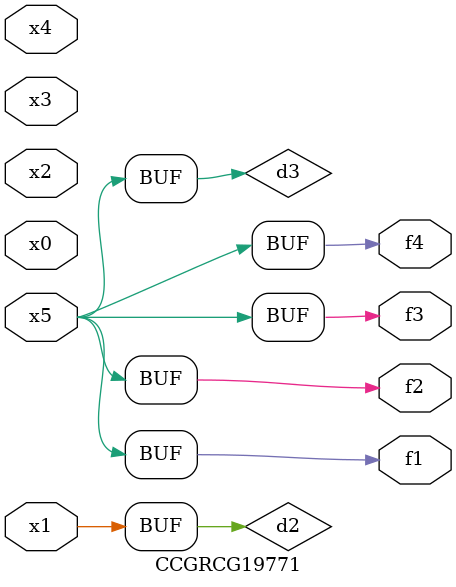
<source format=v>
module CCGRCG19771(
	input x0, x1, x2, x3, x4, x5,
	output f1, f2, f3, f4
);

	wire d1, d2, d3;

	not (d1, x5);
	or (d2, x1);
	xnor (d3, d1);
	assign f1 = d3;
	assign f2 = d3;
	assign f3 = d3;
	assign f4 = d3;
endmodule

</source>
